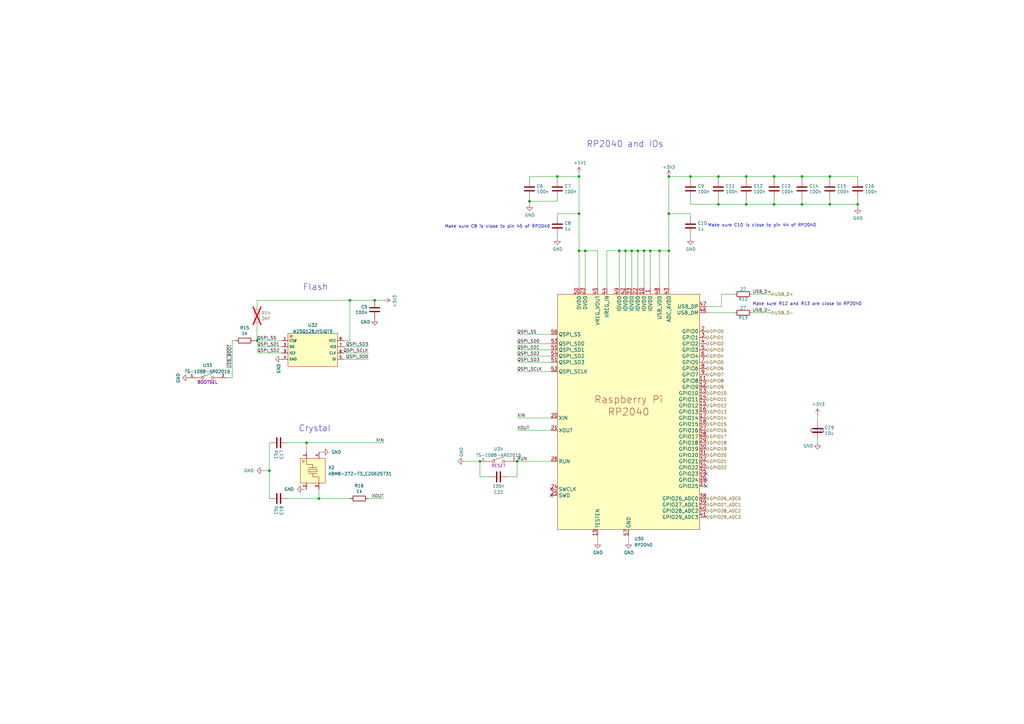
<source format=kicad_sch>
(kicad_sch (version 20250114) (generator "eeschema") (generator_version "9.0")
  (paper "A3")
  (title_block (title "VM-1 Controller") (date "2025-06-05") (rev "2.0") (company "Julian Jungel") (comment 1 "PiPico 2040"))
  (lib_symbols
    (symbol "+3V3_1" (power) (pin_numbers (hide yes)) (pin_names (offset 0) (hide yes))
      (property "Value" "+3V3" (at 0 3.556 0))
      (symbol "+3V3_1_0_1"
        (polyline (pts (xy -0.762 1.27) (xy 0 2.54)))
        (polyline (pts (xy 0 2.54) (xy 0.762 1.27)))
        (polyline (pts (xy 0 0) (xy 0 2.54)))
      )
      (symbol "+3V3_1_1_1"
        (pin power_in line (at 0 0 90) (length 0) (name "~") (number "1"))
      )
    )
    (symbol "Device:C" (pin_numbers (hide yes)) (pin_names (offset 0.254))
      (property "Reference" "C" (at 0.635 2.54 0))
      (property "Value" "C" (at 0.635 -2.54 0))
      (symbol "C_0_1"
        (polyline (pts (xy -2.032 0.762) (xy 2.032 0.762)) (stroke (width 0.508)))
        (polyline (pts (xy -2.032 -0.762) (xy 2.032 -0.762)) (stroke (width 0.508)))
      )
      (symbol "C_1_1"
        (pin passive line (at 0 3.81 270) (length 2.794) (name "~") (number "1"))
        (pin passive line (at 0 -3.81 90) (length 2.794) (name "~") (number "2"))
      )
    )
    (symbol "Device:R" (pin_numbers (hide yes)) (pin_names (offset 0))
      (property "Reference" "R" (at 2.032 0 90))
      (property "Value" "R" (at 0 0 90))
      (symbol "R_0_1"
        (rectangle (start -1.016 -2.54) (end 1.016 2.54) (stroke (width 0.254)))
      )
      (symbol "R_1_1"
        (pin passive line (at 0 3.81 270) (length 1.27) (name "~") (number "1"))
        (pin passive line (at 0 -3.81 90) (length 1.27) (name "~") (number "2"))
      )
    )
    (symbol "power:+1V1" (power) (pin_names (offset 0))
      (property "Value" "+1V1" (at 0 3.556 0))
      (symbol "+1V1_0_1"
        (polyline (pts (xy -0.762 1.27) (xy 0 2.54)))
        (polyline (pts (xy 0 2.54) (xy 0.762 1.27)))
        (polyline (pts (xy 0 0) (xy 0 2.54)))
      )
      (symbol "+1V1_1_1"
        (pin power_in line (at 0 0 90) (length 0) (hide yes) (name "+1V1") (number "1"))
      )
    )
    (symbol "power:+3V3" (power) (pin_names (offset 0))
      (property "Value" "+3V3" (at 0 3.556 0))
      (symbol "+3V3_0_1"
        (polyline (pts (xy -0.762 1.27) (xy 0 2.54)))
        (polyline (pts (xy 0 2.54) (xy 0.762 1.27)))
        (polyline (pts (xy 0 0) (xy 0 2.54)))
      )
      (symbol "+3V3_1_1"
        (pin power_in line (at 0 0 90) (length 0) (hide yes) (name "+3V3") (number "1"))
      )
    )
    (symbol "power:GND" (power) (pin_names (offset 0))
      (property "Value" "GND" (at 0 -3.81 0))
      (symbol "GND_0_1"
        (polyline (pts (xy 0 0) (xy 0 -1.27) (xy 1.27 -1.27) (xy 0 -2.54) (xy -1.27 -1.27) (xy 0 -1.27)))
      )
      (symbol "GND_1_1"
        (pin power_in line (at 0 0 270) (length 0) (hide yes) (name "GND") (number "1"))
      )
    )
    (symbol "vm-1-from-jlcpcb:ABM8-272-T3_C20625731" (pin_names (hide yes))
      (property "Reference" "X" (at 0 1.27 0))
      (property "Value" "ABM8-272-T3_C20625731" (at 0 -2.54 0))
      (symbol "ABM8-272-T3_C20625731_0_1"
        (rectangle (start -5.08 5.08) (end 5.08 -5.08) (fill (type background)))
        (polyline (pts (xy -5.08 -2.54) (xy -2.54 -2.54) (xy -2.54 0) (xy -1.27 0)))
        (circle (center -3.81 -3.81) (radius 0.381) (fill (type background)))
        (polyline (pts (xy -1.27 -1.778) (xy -1.27 1.778)))
        (rectangle (start -0.508 1.778) (end 0.508 -1.778) (fill (type background)))
        (polyline (pts (xy 1.27 -1.778) (xy 1.27 1.778)))
        (polyline (pts (xy 5.08 2.54) (xy 2.54 2.54) (xy 2.54 0) (xy 1.27 0)))
        (pin input line (at -7.62 2.54 0) (length 2.54) (name "GND") (number "4"))
        (pin input line (at -7.62 -2.54 0) (length 2.54) (name "1") (number "1"))
        (pin input line (at 7.62 2.54 180) (length 2.54) (name "3") (number "3"))
        (pin input line (at 7.62 -2.54 180) (length 2.54) (name "GND") (number "2"))
      )
    )
    (symbol "vm-1-from-jlcpcb:RP2040"
      (property "Reference" "U30" (at 2.283 -49.53 0))
      (property "Value" "RP2040" (at 2.283 -52.07 0))
      (symbol "RP2040_0_1"
        (rectangle (start -29.2101 50.8001) (end 29.2101 -45.7201) (fill (type background)))
        (text "Raspberry Pi" (at 0 7.62 0) (effects (font (size 2.921 2.921))))
        (text "RP2040" (at 0 2.54 0) (effects (font (size 2.921 2.921))))
        (pin bidirectional line (at -31.75 34.29 0) (length 2.54) (name "QSPI_SS") (number "56"))
        (pin bidirectional line (at -31.75 30.48 0) (length 2.54) (name "QSPI_SD0") (number "53"))
        (pin bidirectional line (at -31.75 27.94 0) (length 2.54) (name "QSPI_SD1") (number "55"))
        (pin bidirectional line (at -31.75 25.4 0) (length 2.54) (name "QSPI_SD2") (number "54"))
        (pin bidirectional line (at -31.75 22.86 0) (length 2.54) (name "QSPI_SD3") (number "51"))
        (pin output line (at -31.75 19.05 0) (length 2.54) (name "QSPI_SCLK") (number "52"))
        (pin input line (at -31.75 0 0) (length 2.54) (name "XIN") (number "20"))
        (pin unspecified line (at -31.75 -5.08 0) (length 2.54) (name "XOUT") (number "21"))
        (pin input line (at -31.75 -17.78 0) (length 2.54) (name "RUN") (number "26"))
        (pin output line (at -31.75 -29.21 0) (length 2.54) (name "SWCLK") (number "24"))
        (pin bidirectional line (at -31.75 -31.75 0) (length 2.54) (name "SWD") (number "25"))
        (pin bidirectional line (at -20.32 53.34 270) (length 2.54) (name "DVDD") (number "50"))
        (pin bidirectional line (at -17.78 53.34 270) (length 2.54) (name "DVDD") (number "23"))
        (pin bidirectional line (at -12.7 53.34 270) (length 2.54) (name "VREG_VOUT") (number "45"))
        (pin unspecified line (at -12.7 -48.26 90) (length 2.54) (name "TESTEN") (number "19"))
        (pin bidirectional line (at -8.89 53.34 270) (length 2.54) (name "VREG_IN") (number "44"))
        (pin bidirectional line (at -3.81 53.34 270) (length 2.54) (name "IOVDD") (number "49"))
        (pin bidirectional line (at -1.27 53.34 270) (length 2.54) (name "IOVDD") (number "42"))
        (pin bidirectional line (at 0 -48.26 90) (length 2.54) (name "GND") (number "57"))
        (pin bidirectional line (at 1.27 53.34 270) (length 2.54) (name "IOVDD") (number "33"))
        (pin bidirectional line (at 3.81 53.34 270) (length 2.54) (name "IOVDD") (number "22"))
        (pin bidirectional line (at 6.35 53.34 270) (length 2.54) (name "IOVDD") (number "10"))
        (pin bidirectional line (at 8.89 53.34 270) (length 2.54) (name "IOVDD") (number "1"))
        (pin bidirectional line (at 12.7 53.34 270) (length 2.54) (name "USB_VDD") (number "48"))
        (pin bidirectional line (at 16.51 53.34 270) (length 2.54) (name "ADC_AVDD") (number "43"))
        (pin bidirectional line (at 31.75 45.72 180) (length 2.54) (name "USB_DP") (number "47"))
        (pin bidirectional line (at 31.75 43.18 180) (length 2.54) (name "USB_DM") (number "46"))
        (pin bidirectional line (at 31.75 35.56 180) (length 2.54) (name "GPIO0") (number "2"))
        (pin bidirectional line (at 31.75 33.02 180) (length 2.54) (name "GPIO1") (number "3"))
        (pin bidirectional line (at 31.75 30.48 180) (length 2.54) (name "GPIO2") (number "4"))
        (pin bidirectional line (at 31.75 27.94 180) (length 2.54) (name "GPIO3") (number "5"))
        (pin bidirectional line (at 31.75 25.4 180) (length 2.54) (name "GPIO4") (number "6"))
        (pin bidirectional line (at 31.75 22.86 180) (length 2.54) (name "GPIO5") (number "7"))
        (pin bidirectional line (at 31.75 20.32 180) (length 2.54) (name "GPIO6") (number "8"))
        (pin bidirectional line (at 31.75 17.78 180) (length 2.54) (name "GPIO7") (number "9"))
        (pin bidirectional line (at 31.75 15.24 180) (length 2.54) (name "GPIO8") (number "11"))
        (pin bidirectional line (at 31.75 12.7 180) (length 2.54) (name "GPIO9") (number "12"))
        (pin bidirectional line (at 31.75 10.16 180) (length 2.54) (name "GPIO10") (number "13"))
        (pin bidirectional line (at 31.75 7.62 180) (length 2.54) (name "GPIO11") (number "14"))
        (pin bidirectional line (at 31.75 5.08 180) (length 2.54) (name "GPIO12") (number "15"))
        (pin bidirectional line (at 31.75 2.54 180) (length 2.54) (name "GPIO13") (number "16"))
        (pin bidirectional line (at 31.75 0 180) (length 2.54) (name "GPIO14") (number "17"))
        (pin bidirectional line (at 31.75 -2.54 180) (length 2.54) (name "GPIO15") (number "18"))
        (pin bidirectional line (at 31.75 -5.08 180) (length 2.54) (name "GPIO16") (number "27"))
        (pin bidirectional line (at 31.75 -7.62 180) (length 2.54) (name "GPIO17") (number "28"))
        (pin bidirectional line (at 31.75 -10.16 180) (length 2.54) (name "GPIO18") (number "29"))
        (pin bidirectional line (at 31.75 -12.7 180) (length 2.54) (name "GPIO19") (number "30"))
        (pin bidirectional line (at 31.75 -15.24 180) (length 2.54) (name "GPIO20") (number "31"))
        (pin bidirectional line (at 31.75 -17.78 180) (length 2.54) (name "GPIO21") (number "32"))
        (pin bidirectional line (at 31.75 -20.32 180) (length 2.54) (name "GPIO22") (number "34"))
        (pin bidirectional line (at 31.75 -22.86 180) (length 2.54) (name "GPIO23") (number "35"))
        (pin bidirectional line (at 31.75 -25.4 180) (length 2.54) (name "GPIO24") (number "36"))
        (pin bidirectional line (at 31.75 -27.94 180) (length 2.54) (name "GPIO25") (number "37"))
        (pin bidirectional line (at 31.75 -33.02 180) (length 2.54) (name "GPIO26_ADC0") (number "38"))
        (pin bidirectional line (at 31.75 -35.56 180) (length 2.54) (name "GPIO27_ADC1") (number "39"))
        (pin bidirectional line (at 31.75 -38.1 180) (length 2.54) (name "GPIO28_ADC2") (number "40"))
        (pin bidirectional line (at 31.75 -40.64 180) (length 2.54) (name "GPIO29_ADC3") (number "41"))
      )
    )
    (symbol "vm-1-from-jlcpcb:TS-1088-AR02016" (pin_names (hide yes))
      (property "Reference" "U" (at 0 1.27 0))
      (property "Value" "TS-1088-AR02016" (at 0 -2.54 0))
      (symbol "TS-1088-AR02016_0_1"
        (polyline (pts (xy -5.08 0) (xy -2.54 0)))
        (polyline (pts (xy -2.286 0.508) (xy 2.032 1.778)))
        (circle (center -2.032 0) (radius 0.508) (fill (type background)))
        (circle (center 2.032 0) (radius 0.508) (fill (type background)))
        (polyline (pts (xy 5.08 0) (xy 2.54 0)))
        (pin unspecified line (at -7.62 0 0) (length 2.54) (name "1") (number "1"))
        (pin unspecified line (at 7.62 0 180) (length 2.54) (name "2") (number "2"))
      )
    )
    (symbol "vm-1-from-jlcpcb:W25Q128JVSIQTR"
      (property "Reference" "U" (at 0 1.27 0))
      (property "Value" "W25Q128JVSIQTR" (at 0 -2.54 0))
      (symbol "W25Q128JVSIQTR_0_1"
        (rectangle (start -10.16 6.858) (end 10.16 -6.858) (fill (type background)))
        (circle (center -8.89 5.588) (radius 0.381) (fill (type background)))
        (circle (center -8.89 5.588) (radius 0.381) (fill (type background)))
        (pin unspecified line (at -12.7 3.81 0) (length 2.54) (name "CS#") (number "1"))
        (pin unspecified line (at -12.7 1.27 0) (length 2.54) (name "DO") (number "2"))
        (pin unspecified line (at -12.7 -1.27 0) (length 2.54) (name "IO2") (number "3"))
        (pin unspecified line (at -12.7 -3.81 0) (length 2.54) (name "GND") (number "4"))
        (pin unspecified line (at 12.7 3.81 180) (length 2.54) (name "VCC") (number "8"))
        (pin unspecified line (at 12.7 1.27 180) (length 2.54) (name "IO3") (number "7"))
        (pin unspecified line (at 12.7 -1.27 180) (length 2.54) (name "CLK") (number "6"))
        (pin unspecified line (at 12.7 -3.81 180) (length 2.54) (name "DI") (number "5"))
      )
    )
  )
  (text "Make sure R12 and R13 are close to RP2040" (at 308.61 125.476 0) (effects (font (size 1.27 1.27)) (justify left bottom)))
  (text "Crystal" (at 122.428 177.292 0) (effects (font (size 2.54 2.54)) (justify left bottom)))
  (text "Flash" (at 124.206 119.38 0) (effects (font (size 2.54 2.54)) (justify left bottom)))
  (text "RP2040 and IOs" (at 240.538 60.706 0) (effects (font (size 2.54 2.54)) (justify left bottom)))
  (text "Make sure C10 is close to pin 44 of RP2040" (at 290.322 93.218 0) (effects (font (size 1.27 1.27)) (justify left bottom)))
  (text "Make sure C8 is close to pin 45 of RP2040" (at 182.372 93.726 0) (effects (font (size 1.27 1.27)) (justify left bottom)))
  (junction (at 125.73 181.61))
  (junction (at 274.32 72.39))
  (junction (at 254 102.87))
  (junction (at 130.81 204.47))
  (junction (at 317.5 83.82))
  (junction (at 143.51 123.19))
  (junction (at 274.32 87.63))
  (junction (at 328.93 72.39))
  (junction (at 237.49 102.87))
  (junction (at 110.49 193.04))
  (junction (at 228.6 72.39))
  (junction (at 261.62 102.87))
  (junction (at 259.08 102.87))
  (junction (at 294.64 72.39))
  (junction (at 283.21 72.39))
  (junction (at 340.36 83.82))
  (junction (at 217.17 82.55))
  (junction (at 196.85 189.23))
  (junction (at 317.5 72.39))
  (junction (at 274.32 102.87))
  (junction (at 237.49 72.39))
  (junction (at 306.07 83.82))
  (junction (at 264.16 102.87))
  (junction (at 270.51 102.87))
  (junction (at 266.7 102.87))
  (junction (at 328.93 83.82))
  (junction (at 105.41 139.7))
  (junction (at 340.36 72.39))
  (junction (at 351.79 83.82))
  (junction (at 212.09 189.23))
  (junction (at 240.03 102.87))
  (junction (at 237.49 87.63))
  (junction (at 153.67 123.19))
  (junction (at 256.54 102.87))
  (junction (at 294.64 83.82))
  (junction (at 306.07 72.39))
  (no_connect (at 226.06 200.66))
  (no_connect (at 289.56 196.85))
  (no_connect (at 289.56 199.39))
  (no_connect (at 226.06 203.2))
  (no_connect (at 289.56 194.31))
  (wire (pts (xy 130.81 200.66) (xy 130.81 204.47)))
  (wire (pts (xy 226.06 152.4) (xy 212.09 152.4)))
  (wire (pts (xy 317.5 81.28) (xy 317.5 83.82)))
  (wire (pts (xy 212.09 143.51) (xy 226.06 143.51)))
  (wire (pts (xy 140.97 142.24) (xy 151.13 142.24)))
  (wire (pts (xy 240.03 102.87) (xy 240.03 118.11)))
  (wire (pts (xy 274.32 87.63) (xy 283.21 87.63)))
  (wire (pts (xy 328.93 81.28) (xy 328.93 83.82)))
  (wire (pts (xy 256.54 102.87) (xy 256.54 118.11)))
  (wire (pts (xy 125.73 181.61) (xy 157.48 181.61)))
  (wire (pts (xy 212.09 195.58) (xy 208.28 195.58)))
  (wire (pts (xy 105.41 144.78) (xy 115.57 144.78)))
  (wire (pts (xy 340.36 72.39) (xy 351.79 72.39)))
  (wire (pts (xy 328.93 73.66) (xy 328.93 72.39)))
  (wire (pts (xy 228.6 88.9) (xy 228.6 87.63)))
  (wire (pts (xy 317.5 83.82) (xy 306.07 83.82)))
  (wire (pts (xy 95.25 139.7) (xy 95.25 154.94)))
  (wire (pts (xy 245.11 219.71) (xy 245.11 222.25)))
  (wire (pts (xy 274.32 102.87) (xy 274.32 118.11)))
  (wire (pts (xy 317.5 72.39) (xy 328.93 72.39)))
  (wire (pts (xy 261.62 102.87) (xy 261.62 118.11)))
  (wire (pts (xy 306.07 73.66) (xy 306.07 72.39)))
  (wire (pts (xy 248.92 118.11) (xy 248.92 102.87)))
  (wire (pts (xy 226.06 137.16) (xy 212.09 137.16)))
  (wire (pts (xy 294.64 73.66) (xy 294.64 72.39)))
  (wire (pts (xy 130.81 204.47) (xy 143.51 204.47)))
  (wire (pts (xy 245.11 102.87) (xy 245.11 118.11)))
  (wire (pts (xy 217.17 72.39) (xy 228.6 72.39)))
  (wire (pts (xy 283.21 96.52) (xy 283.21 97.79)))
  (wire (pts (xy 306.07 81.28) (xy 306.07 83.82)))
  (wire (pts (xy 254 102.87) (xy 254 118.11)))
  (wire (pts (xy 289.56 128.27) (xy 300.99 128.27)))
  (wire (pts (xy 328.93 83.82) (xy 317.5 83.82)))
  (wire (pts (xy 95.25 154.94) (xy 92.71 154.94)))
  (wire (pts (xy 289.56 125.73) (xy 295.91 125.73)))
  (wire (pts (xy 294.64 83.82) (xy 283.21 83.82)))
  (wire (pts (xy 212.09 171.45) (xy 226.06 171.45)))
  (wire (pts (xy 240.03 102.87) (xy 245.11 102.87)))
  (wire (pts (xy 351.79 73.66) (xy 351.79 72.39)))
  (wire (pts (xy 110.49 193.04) (xy 110.49 204.47)))
  (wire (pts (xy 259.08 102.87) (xy 259.08 118.11)))
  (wire (pts (xy 270.51 102.87) (xy 270.51 118.11)))
  (wire (pts (xy 105.41 139.7) (xy 105.41 133.35)))
  (wire (pts (xy 200.66 195.58) (xy 196.85 195.58)))
  (wire (pts (xy 226.06 189.23) (xy 212.09 189.23)))
  (wire (pts (xy 335.28 170.18) (xy 335.28 172.72)))
  (wire (pts (xy 237.49 102.87) (xy 237.49 118.11)))
  (wire (pts (xy 295.91 120.65) (xy 300.99 120.65)))
  (wire (pts (xy 212.09 189.23) (xy 212.09 195.58)))
  (wire (pts (xy 140.97 144.78) (xy 151.13 144.78)))
  (wire (pts (xy 125.73 181.61) (xy 125.73 185.42)))
  (wire (pts (xy 140.97 139.7) (xy 143.51 139.7)))
  (wire (pts (xy 228.6 72.39) (xy 237.49 72.39)))
  (wire (pts (xy 257.81 219.71) (xy 257.81 222.25)))
  (wire (pts (xy 283.21 81.28) (xy 283.21 83.82)))
  (wire (pts (xy 351.79 81.28) (xy 351.79 83.82)))
  (wire (pts (xy 212.09 140.97) (xy 226.06 140.97)))
  (wire (pts (xy 228.6 82.55) (xy 228.6 81.28)))
  (wire (pts (xy 143.51 123.19) (xy 143.51 139.7)))
  (wire (pts (xy 274.32 72.39) (xy 274.32 87.63)))
  (wire (pts (xy 237.49 72.39) (xy 237.49 87.63)))
  (wire (pts (xy 196.85 195.58) (xy 196.85 189.23)))
  (wire (pts (xy 306.07 83.82) (xy 294.64 83.82)))
  (wire (pts (xy 132.08 185.42) (xy 130.81 185.42)))
  (wire (pts (xy 212.09 176.53) (xy 226.06 176.53)))
  (wire (pts (xy 340.36 83.82) (xy 328.93 83.82)))
  (wire (pts (xy 351.79 83.82) (xy 351.79 85.09)))
  (wire (pts (xy 266.7 102.87) (xy 266.7 118.11)))
  (wire (pts (xy 217.17 81.28) (xy 217.17 82.55)))
  (wire (pts (xy 104.14 139.7) (xy 105.41 139.7)))
  (wire (pts (xy 217.17 82.55) (xy 228.6 82.55)))
  (wire (pts (xy 124.46 200.66) (xy 125.73 200.66)))
  (wire (pts (xy 254 102.87) (xy 256.54 102.87)))
  (wire (pts (xy 306.07 72.39) (xy 317.5 72.39)))
  (wire (pts (xy 237.49 87.63) (xy 237.49 102.87)))
  (wire (pts (xy 340.36 73.66) (xy 340.36 72.39)))
  (wire (pts (xy 274.32 87.63) (xy 274.32 102.87)))
  (wire (pts (xy 266.7 102.87) (xy 270.51 102.87)))
  (wire (pts (xy 105.41 139.7) (xy 115.57 139.7)))
  (wire (pts (xy 228.6 73.66) (xy 228.6 72.39)))
  (wire (pts (xy 110.49 181.61) (xy 110.49 193.04)))
  (wire (pts (xy 335.28 180.34) (xy 335.28 181.61)))
  (wire (pts (xy 294.64 81.28) (xy 294.64 83.82)))
  (wire (pts (xy 256.54 102.87) (xy 259.08 102.87)))
  (wire (pts (xy 228.6 87.63) (xy 237.49 87.63)))
  (wire (pts (xy 143.51 123.19) (xy 153.67 123.19)))
  (wire (pts (xy 261.62 102.87) (xy 264.16 102.87)))
  (wire (pts (xy 237.49 71.12) (xy 237.49 72.39)))
  (wire (pts (xy 340.36 81.28) (xy 340.36 83.82)))
  (wire (pts (xy 228.6 96.52) (xy 228.6 97.79)))
  (wire (pts (xy 105.41 125.73) (xy 105.41 123.19)))
  (wire (pts (xy 105.41 123.19) (xy 143.51 123.19)))
  (wire (pts (xy 212.09 148.59) (xy 226.06 148.59)))
  (wire (pts (xy 107.95 193.04) (xy 110.49 193.04)))
  (wire (pts (xy 316.23 128.27) (xy 308.61 128.27)))
  (wire (pts (xy 140.97 147.32) (xy 151.13 147.32)))
  (wire (pts (xy 283.21 72.39) (xy 294.64 72.39)))
  (wire (pts (xy 105.41 142.24) (xy 115.57 142.24)))
  (wire (pts (xy 283.21 73.66) (xy 283.21 72.39)))
  (wire (pts (xy 217.17 73.66) (xy 217.17 72.39)))
  (wire (pts (xy 294.64 72.39) (xy 306.07 72.39)))
  (wire (pts (xy 237.49 102.87) (xy 240.03 102.87)))
  (wire (pts (xy 264.16 102.87) (xy 264.16 118.11)))
  (wire (pts (xy 151.13 204.47) (xy 157.48 204.47)))
  (wire (pts (xy 270.51 102.87) (xy 274.32 102.87)))
  (wire (pts (xy 118.11 181.61) (xy 125.73 181.61)))
  (wire (pts (xy 328.93 72.39) (xy 340.36 72.39)))
  (wire (pts (xy 264.16 102.87) (xy 266.7 102.87)))
  (wire (pts (xy 295.91 120.65) (xy 295.91 125.73)))
  (wire (pts (xy 316.23 120.65) (xy 308.61 120.65)))
  (wire (pts (xy 212.09 146.05) (xy 226.06 146.05)))
  (wire (pts (xy 248.92 102.87) (xy 254 102.87)))
  (wire (pts (xy 95.25 139.7) (xy 96.52 139.7)))
  (wire (pts (xy 274.32 72.39) (xy 283.21 72.39)))
  (wire (pts (xy 217.17 82.55) (xy 217.17 83.82)))
  (wire (pts (xy 317.5 73.66) (xy 317.5 72.39)))
  (wire (pts (xy 153.67 123.19) (xy 157.48 123.19)))
  (wire (pts (xy 283.21 88.9) (xy 283.21 87.63)))
  (wire (pts (xy 259.08 102.87) (xy 261.62 102.87)))
  (wire (pts (xy 340.36 83.82) (xy 351.79 83.82)))
  (wire (pts (xy 118.11 204.47) (xy 130.81 204.47)))
  (wire (pts (xy 190.5 189.23) (xy 196.85 189.23)))
  (label "QSPI_SD2" (at 212.09 146.05 0))
  (label "QSPI_SD2" (at 105.41 144.78 0))
  (label "QSPI_SD1" (at 212.09 143.51 0))
  (label "XOUT" (at 212.09 176.53 0))
  (label "XOUT" (at 157.48 204.47 180))
  (label "QSPI_SD3" (at 212.09 148.59 0))
  (label "QSPI_SS" (at 105.41 139.7 0))
  (label "QSPI_SD1" (at 105.41 142.24 0))
  (label "XIN" (at 212.09 171.45 0))
  (label "QSPI_SD0" (at 151.13 147.32 180))
  (label "XIN" (at 157.48 181.61 180))
  (label "~{USB_BOOT}" (at 95.25 151.13 90))
  (label "USB_D-" (at 308.61 128.27 0))
  (label "USB_D+" (at 308.61 120.65 0))
  (label "QSPI_SCLK" (at 212.09 152.4 0))
  (label "QSPI_SS" (at 212.09 137.16 0))
  (label "QSPI_SD0" (at 212.09 140.97 0))
  (label "QSPI_SD3" (at 151.13 142.24 180))
  (label "RUN" (at 212.09 189.23 0))
  (label "QSPI_SCLK" (at 151.13 144.78 180))
  (hierarchical_label "GPIO28_ADC2" (shape bidirectional) (at 289.56 209.55 0))
  (hierarchical_label "GPIO19" (shape bidirectional) (at 289.56 184.15 0))
  (hierarchical_label "GPIO16" (shape bidirectional) (at 289.56 176.53 0))
  (hierarchical_label "GPIO1" (shape bidirectional) (at 289.56 138.43 0))
  (hierarchical_label "USB_D+" (shape bidirectional) (at 316.23 120.65 0))
  (hierarchical_label "GPIO22" (shape bidirectional) (at 289.56 191.77 0))
  (hierarchical_label "GPIO7" (shape bidirectional) (at 289.56 153.67 0))
  (hierarchical_label "GPIO4" (shape bidirectional) (at 289.56 146.05 0))
  (hierarchical_label "GPIO0" (shape bidirectional) (at 289.56 135.89 0))
  (hierarchical_label "GPIO21" (shape bidirectional) (at 289.56 189.23 0))
  (hierarchical_label "GPIO11" (shape bidirectional) (at 289.56 163.83 0))
  (hierarchical_label "GPIO5" (shape bidirectional) (at 289.56 148.59 0))
  (hierarchical_label "GPIO12" (shape bidirectional) (at 289.56 166.37 0))
  (hierarchical_label "GPIO20" (shape bidirectional) (at 289.56 186.69 0))
  (hierarchical_label "GPIO18" (shape bidirectional) (at 289.56 181.61 0))
  (hierarchical_label "GPIO14" (shape bidirectional) (at 289.56 171.45 0))
  (hierarchical_label "GPIO6" (shape bidirectional) (at 289.56 151.13 0))
  (hierarchical_label "GPIO10" (shape bidirectional) (at 289.56 161.29 0))
  (hierarchical_label "GPIO8" (shape bidirectional) (at 289.56 156.21 0))
  (hierarchical_label "GPIO26_ADC0" (shape bidirectional) (at 289.56 204.47 0))
  (hierarchical_label "GPIO29_ADC3" (shape bidirectional) (at 289.56 212.09 0))
  (hierarchical_label "GPIO27_ADC1" (shape bidirectional) (at 289.56 207.01 0))
  (hierarchical_label "GPIO13" (shape bidirectional) (at 289.56 168.91 0))
  (hierarchical_label "USB_D-" (shape bidirectional) (at 316.23 128.27 0))
  (hierarchical_label "GPIO3" (shape bidirectional) (at 289.56 143.51 0))
  (hierarchical_label "GPIO2" (shape bidirectional) (at 289.56 140.97 0))
  (hierarchical_label "GPIO9" (shape bidirectional) (at 289.56 158.75 0))
  (hierarchical_label "GPIO15" (shape bidirectional) (at 289.56 173.99 0))
  (hierarchical_label "GPIO17" (shape bidirectional) (at 289.56 179.07 0))
  (symbol (lib_id "Device:C") (at 153.67 127 0) (mirror y) (unit 1)
    (property "Reference" "C5" (at 150.749 125.8316 0) (effects (justify left)))
    (property "Value" "100n" (at 150.749 128.143 0) (effects (justify left)))
    (property "Footprint" "Capacitor_SMD:C_0402_1005Metric" (effects (hide yes)))
  )
  (symbol (lib_id "power:GND") (at 257.81 222.25 0) (unit 1)
    (property "Reference" "#PWR016" (effects (hide yes)))
    (property "Value" "GND" (at 257.937 226.6442 0))
  )
  (symbol (lib_id "power:GND") (at 245.11 222.25 0) (unit 1)
    (property "Reference" "#PWR015" (effects (hide yes)))
    (property "Value" "GND" (at 245.237 226.6442 0))
  )
  (symbol (lib_id "Device:C") (at 283.21 77.47 0) (unit 1)
    (property "Reference" "C9" (at 286.131 76.3016 0) (effects (justify left)))
    (property "Value" "100n" (at 286.131 78.613 0) (effects (justify left)))
    (property "Footprint" "Capacitor_SMD:C_0402_1005Metric" (effects (hide yes)))
  )
  (symbol (lib_id "Device:C") (at 294.64 77.47 0) (unit 1)
    (property "Reference" "C11" (at 297.561 76.3016 0) (effects (justify left)))
    (property "Value" "100n" (at 297.561 78.613 0) (effects (justify left)))
    (property "Footprint" "Capacitor_SMD:C_0402_1005Metric" (effects (hide yes)))
  )
  (symbol (lib_id "Device:C") (at 306.07 77.47 0) (unit 1)
    (property "Reference" "C12" (at 308.991 76.3016 0) (effects (justify left)))
    (property "Value" "100n" (at 308.991 78.613 0) (effects (justify left)))
    (property "Footprint" "Capacitor_SMD:C_0402_1005Metric" (effects (hide yes)))
  )
  (symbol (lib_id "Device:C") (at 317.5 77.47 0) (unit 1)
    (property "Reference" "C13" (at 320.421 76.3016 0) (effects (justify left)))
    (property "Value" "100n" (at 320.421 78.613 0) (effects (justify left)))
    (property "Footprint" "Capacitor_SMD:C_0402_1005Metric" (effects (hide yes)))
  )
  (symbol (lib_id "Device:C") (at 328.93 77.47 0) (unit 1)
    (property "Reference" "C14" (at 331.851 76.3016 0) (effects (justify left)))
    (property "Value" "100n" (at 331.851 78.613 0) (effects (justify left)))
    (property "Footprint" "Capacitor_SMD:C_0402_1005Metric" (effects (hide yes)))
  )
  (symbol (lib_id "Device:C") (at 340.36 77.47 0) (unit 1)
    (property "Reference" "C15" (at 343.281 76.3016 0) (effects (justify left)))
    (property "Value" "100n" (at 343.281 78.613 0) (effects (justify left)))
    (property "Footprint" "Capacitor_SMD:C_0402_1005Metric" (effects (hide yes)))
  )
  (symbol (lib_id "Device:C") (at 351.79 77.47 0) (unit 1)
    (property "Reference" "C16" (at 354.711 76.3016 0) (effects (justify left)))
    (property "Value" "100n" (at 354.711 78.613 0) (effects (justify left)))
    (property "Footprint" "Capacitor_SMD:C_0402_1005Metric" (effects (hide yes)))
  )
  (symbol (lib_id "Device:C") (at 217.17 77.47 0) (unit 1)
    (property "Reference" "C6" (at 220.091 76.3016 0) (effects (justify left)))
    (property "Value" "100n" (at 220.091 78.613 0) (effects (justify left)))
    (property "Footprint" "Capacitor_SMD:C_0402_1005Metric" (effects (hide yes)))
  )
  (symbol (lib_id "Device:C") (at 228.6 77.47 0) (unit 1)
    (property "Reference" "C7" (at 231.521 76.3016 0) (effects (justify left)))
    (property "Value" "100n" (at 231.521 78.613 0) (effects (justify left)))
    (property "Footprint" "Capacitor_SMD:C_0402_1005Metric" (effects (hide yes)))
  )
  (symbol (lib_id "Device:C") (at 283.21 92.71 0) (unit 1)
    (property "Reference" "C10" (at 286.131 91.5416 0) (effects (justify left)))
    (property "Value" "1u" (at 286.131 93.853 0) (effects (justify left)))
    (property "Footprint" "Capacitor_SMD:C_0402_1005Metric" (effects (hide yes)))
    (property "LCSC" "C52923" (effects (hide yes)))
  )
  (symbol (lib_id "power:GND") (at 283.21 97.79 0) (unit 1)
    (property "Reference" "#PWR031" (effects (hide yes)))
    (property "Value" "GND" (at 283.337 102.1842 0))
  )
  (symbol (lib_id "vm-1-from-jlcpcb:W25Q128JVSIQTR") (at 128.27 143.51 0) (unit 1)
    (property "Reference" "U32" (at 128.27 133.35 0))
    (property "Value" "W25Q128JVSIQTR" (at 128.27 135.89 0))
    (property "Footprint" "vm-1-from-jlcpcb:SOIC-8_L5.3-W5.3-P1.27-LS8.0-BL" (effects (hide yes)))
    (property "Datasheet" "https://item.szlcsc.com/63461.html" (effects (hide yes)))
    (property "LCSC" "C97521" (effects (hide yes)))
  )
  (symbol (lib_id "power:+3V3") (at 157.48 123.19 270) (unit 1)
    (property "Reference" "#PWR037" (effects (hide yes)))
    (property "Value" "+3V3" (at 161.8742 123.571 0))
  )
  (symbol (lib_id "power:GND") (at 124.46 200.66 270) (unit 1)
    (property "Reference" "#PWR041" (effects (hide yes)))
    (property "Value" "GND" (at 120.65 200.66 90) (effects (justify right)))
  )
  (symbol (lib_id "Device:R") (at 147.32 204.47 270) (unit 1)
    (property "Reference" "R16" (at 147.32 199.2122 90))
    (property "Value" "1k" (at 147.32 201.5236 90))
    (property "Footprint" "Resistor_SMD:R_0402_1005Metric" (effects (hide yes)))
  )
  (symbol (lib_id "vm-1-from-jlcpcb:RP2040") (at 257.81 171.45 0) (unit 1)
    (property "Reference" "U30" (at 260.093 220.98 0) (effects (justify left)))
    (property "Value" "RP2040" (at 260.093 223.52 0) (effects (justify left)))
    (property "Footprint" "vm-1:RP2040-QFN-56" (effects (hide yes)))
    (property "Datasheet" "https://atta.szlcsc.com/upload/public/pdf/source/20210621/C2040_96F425825606B7957D87DD32E2512CA9.pdf" (effects (hide yes)))
    (property "LCSC" "C2040" (effects (hide yes)))
  )
  (symbol (lib_id "vm-1-from-jlcpcb:TS-1088-AR02016") (at 204.47 189.23 0) (unit 1)
    (property "Reference" "U34" (at 204.47 184.15 0))
    (property "Value" "TS-1088-AR02016" (at 204.47 186.69 0))
    (property "Footprint" "vm-1-from-jlcpcb:SW-SMD_L3.9-W3.0-P4.45" (effects (hide yes)))
    (property "Datasheet" "https://item.szlcsc.com/457636.html" (effects (hide yes)))
    (property "Description" "RESET" (at 204.47 191.008 0))
    (property "LCSC" "C720477" (effects (hide yes)))
  )
  (symbol (lib_id "power:GND") (at 335.28 181.61 0) (unit 1)
    (property "Reference" "#PWR044" (effects (hide yes)))
    (property "Value" "GND" (at 331.47 182.88 0))
  )
  (symbol (lib_id "Device:R") (at 304.8 128.27 270) (unit 1)
    (property "Reference" "R13" (at 304.8 130.302 90))
    (property "Value" "27" (at 304.8 126.238 90))
    (property "Footprint" "Resistor_SMD:R_0402_1005Metric" (effects (hide yes)))
  )
  (symbol (lib_id "power:GND") (at 217.17 83.82 0) (unit 1)
    (property "Reference" "#PWR034" (effects (hide yes)))
    (property "Value" "GND" (at 217.297 88.2142 0))
  )
  (symbol (lib_id "Device:R") (at 105.41 129.54 0) (unit 1) (in_bom no) (dnp yes)
    (property "Reference" "R14" (at 107.188 128.3716 0) (effects (justify left)))
    (property "Value" "DNF" (at 107.188 130.683 0) (effects (justify left)))
    (property "Footprint" "Resistor_SMD:R_0402_1005Metric" (effects (hide yes)))
  )
  (symbol (lib_id "power:+3V3") (at 335.28 170.18 0) (unit 1)
    (property "Reference" "#PWR043" (effects (hide yes)))
    (property "Value" "+3V3" (at 335.661 165.7858 0))
  )
  (symbol (lib_id "vm-1-from-jlcpcb:TS-1088-AR02016") (at 85.09 154.94 0) (unit 1)
    (property "Reference" "U33" (at 85.09 149.86 0))
    (property "Value" "TS-1088-AR02016" (at 85.09 152.4 0))
    (property "Footprint" "vm-1-from-jlcpcb:SW-SMD_L3.9-W3.0-P4.45" (effects (hide yes)))
    (property "Datasheet" "https://item.szlcsc.com/457636.html" (effects (hide yes)))
    (property "Description" "BOOTSEL" (at 85.09 156.718 0))
    (property "LCSC" "C720477" (effects (hide yes)))
  )
  (symbol (lib_id "power:GND") (at 115.57 147.32 270) (unit 1)
    (property "Reference" "#PWR053" (effects (hide yes)))
    (property "Value" "GND" (at 114.3 151.13 0))
  )
  (symbol (lib_id "power:GND") (at 228.6 97.79 0) (unit 1)
    (property "Reference" "#PWR035" (effects (hide yes)))
    (property "Value" "GND" (at 228.727 102.1842 0))
  )
  (symbol (lib_id "Device:C") (at 204.47 195.58 90) (mirror x) (unit 1)
    (property "Reference" "C22" (at 204.47 201.93 90))
    (property "Value" "100n" (at 204.47 199.39 90))
    (property "Footprint" "Capacitor_SMD:C_0402_1005Metric" (effects (hide yes)))
    (property "Description" "Unpolarized capacitor" (effects (hide yes)))
  )
  (symbol (lib_id "power:GND") (at 107.95 193.04 270) (unit 1)
    (property "Reference" "#PWR042" (effects (hide yes)))
    (property "Value" "GND" (at 104.14 193.04 90) (effects (justify right)))
  )
  (symbol (lib_id "power:GND") (at 77.47 154.94 270) (unit 1)
    (property "Reference" "#PWR039" (effects (hide yes)))
    (property "Value" "GND" (at 73.0758 155.067 0))
  )
  (symbol (lib_id "Device:C") (at 114.3 204.47 270) (unit 1)
    (property "Reference" "C18" (at 115.4684 207.391 0) (effects (justify left)))
    (property "Value" "15p" (at 113.157 207.391 0) (effects (justify left)))
    (property "Footprint" "Capacitor_SMD:C_0402_1005Metric" (effects (hide yes)))
  )
  (symbol (lib_id "power:GND") (at 190.5 189.23 270) (unit 1)
    (property "Reference" "#PWR045" (effects (hide yes)))
    (property "Value" "GND" (at 189.23 185.42 0))
  )
  (symbol (lib_id "vm-1-from-jlcpcb:ABM8-272-T3_C20625731") (at 128.27 193.04 270) (unit 1)
    (property "Reference" "X2" (at 134.62 191.7699 90) (effects (justify left)))
    (property "Value" "ABM8-272-T3_C20625731" (at 134.62 194.3099 90) (effects (justify left)))
    (property "Footprint" "vm-1-from-jlcpcb:CRYSTAL-SMD_4P-L3.2-W2.5-BL" (effects (hide yes)))
    (property "Datasheet" "https://item.szlcsc.com/15866.html" (effects (hide yes)))
    (property "LCSC" "C20625731" (effects (hide yes)))
  )
  (symbol (lib_id "Device:R") (at 100.33 139.7 270) (unit 1)
    (property "Reference" "R15" (at 100.33 134.4422 90))
    (property "Value" "1k" (at 100.33 136.7536 90))
    (property "Footprint" "Resistor_SMD:R_0402_1005Metric" (effects (hide yes)))
  )
  (symbol (lib_id "power:GND") (at 351.79 85.09 0) (unit 1)
    (property "Reference" "#PWR032" (effects (hide yes)))
    (property "Value" "GND" (at 351.917 89.4842 0))
  )
  (symbol (lib_id "power:+1V1") (at 237.49 71.12 0) (unit 1)
    (property "Reference" "#PWR036" (effects (hide yes)))
    (property "Value" "+1V1" (at 237.871 66.7258 0))
  )
  (symbol (lib_id "Device:C") (at 228.6 92.71 0) (unit 1)
    (property "Reference" "C8" (at 231.521 91.5416 0) (effects (justify left)))
    (property "Value" "1u" (at 231.521 93.853 0) (effects (justify left)))
    (property "Footprint" "Capacitor_SMD:C_0402_1005Metric" (effects (hide yes)))
    (property "LCSC" "C52923" (effects (hide yes)))
  )
  (symbol (lib_id "Device:C") (at 335.28 176.53 0) (unit 1)
    (property "Reference" "C19" (at 338.201 175.3616 0) (effects (justify left)))
    (property "Value" "10u" (at 338.201 177.673 0) (effects (justify left)))
    (property "Footprint" "Capacitor_Tantalum_SMD:CP_EIA-3216-10_Kemet-I" (effects (hide yes)))
    (property "LCSC" "C7171" (at 335.28 176.53 0))
  )
  (symbol (lib_name "+3V3_1") (lib_id "power:+3V3") (at 274.32 72.39 0) (unit 1)
    (property "Reference" "#PWR08" (effects (hide yes)))
    (property "Value" "+3V3" (at 274.32 68.58 0))
    (property "Description" "Power symbol creates a global label with name \"+3V3\"" (effects (hide yes)))
  )
  (symbol (lib_id "power:GND") (at 153.67 130.81 0) (mirror y) (unit 1)
    (property "Reference" "#PWR038" (effects (hide yes)))
    (property "Value" "GND" (at 149.86 132.08 0))
  )
  (symbol (lib_id "Device:R") (at 304.8 120.65 270) (unit 1)
    (property "Reference" "R12" (at 304.8 122.682 90))
    (property "Value" "27" (at 304.8 118.618 90))
    (property "Footprint" "Resistor_SMD:R_0402_1005Metric" (effects (hide yes)))
  )
  (symbol (lib_id "power:GND") (at 132.08 185.42 90) (unit 1)
    (property "Reference" "#PWR040" (effects (hide yes)))
    (property "Value" "GND" (at 135.89 185.42 90) (effects (justify right)))
  )
  (symbol (lib_id "Device:C") (at 114.3 181.61 270) (unit 1)
    (property "Reference" "C17" (at 115.4684 184.531 0) (effects (justify left)))
    (property "Value" "15p" (at 113.157 184.531 0) (effects (justify left)))
    (property "Footprint" "Capacitor_SMD:C_0402_1005Metric" (effects (hide yes)))
  )
)
</source>
